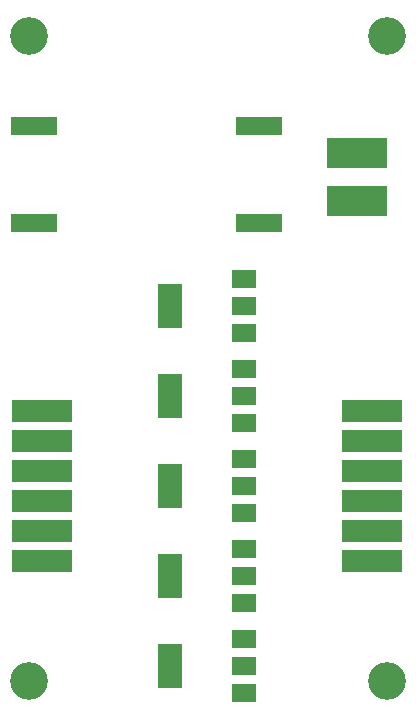
<source format=gbr>
%TF.GenerationSoftware,KiCad,Pcbnew,(6.0.6-0)*%
%TF.CreationDate,2025-03-25T10:56:26+01:00*%
%TF.ProjectId,5outputs,356f7574-7075-4747-932e-6b696361645f,rev?*%
%TF.SameCoordinates,Original*%
%TF.FileFunction,Soldermask,Top*%
%TF.FilePolarity,Negative*%
%FSLAX46Y46*%
G04 Gerber Fmt 4.6, Leading zero omitted, Abs format (unit mm)*
G04 Created by KiCad (PCBNEW (6.0.6-0)) date 2025-03-25 10:56:26*
%MOMM*%
%LPD*%
G01*
G04 APERTURE LIST*
%ADD10R,2.000000X1.500000*%
%ADD11R,2.000000X3.800000*%
%ADD12C,3.200000*%
%ADD13R,5.080000X1.905000*%
%ADD14R,4.000000X1.500000*%
%ADD15R,5.080000X2.540000*%
G04 APERTURE END LIST*
D10*
%TO.C,Q7*%
X216256000Y-59704000D03*
X216256000Y-57404000D03*
X216256000Y-55104000D03*
D11*
X209956000Y-57404000D03*
%TD*%
D12*
%TO.C,H4*%
X228346000Y-89154000D03*
%TD*%
%TO.C,H2*%
X198021000Y-89154000D03*
%TD*%
%TO.C,H1*%
X198021000Y-34544000D03*
%TD*%
D13*
%TO.C,J4*%
X199136000Y-66294000D03*
X199136000Y-68834000D03*
X199136000Y-71374000D03*
X199136000Y-73914000D03*
X199136000Y-76454000D03*
X199136000Y-78994000D03*
%TD*%
D10*
%TO.C,Q5*%
X216256000Y-67324000D03*
X216256000Y-65024000D03*
X216256000Y-62724000D03*
D11*
X209956000Y-65024000D03*
%TD*%
D10*
%TO.C,Q3*%
X216256000Y-74944000D03*
X216256000Y-72644000D03*
X216256000Y-70344000D03*
D11*
X209956000Y-72644000D03*
%TD*%
D10*
%TO.C,Q2*%
X216256000Y-82564000D03*
X216256000Y-80264000D03*
X216256000Y-77964000D03*
D11*
X209956000Y-80264000D03*
%TD*%
D14*
%TO.C,J1*%
X217551000Y-42164000D03*
X217551000Y-50419000D03*
X198501000Y-42164000D03*
X198501000Y-50419000D03*
%TD*%
D15*
%TO.C,J6*%
X225806000Y-44450000D03*
X225806000Y-48514000D03*
%TD*%
D12*
%TO.C,H3*%
X228346000Y-34544000D03*
%TD*%
D10*
%TO.C,Q1*%
X216256000Y-90184000D03*
X216256000Y-87884000D03*
X216256000Y-85584000D03*
D11*
X209956000Y-87884000D03*
%TD*%
D13*
%TO.C,J2*%
X227076000Y-66294000D03*
X227076000Y-68834000D03*
X227076000Y-71374000D03*
X227076000Y-73914000D03*
X227076000Y-76454000D03*
X227076000Y-78994000D03*
%TD*%
M02*

</source>
